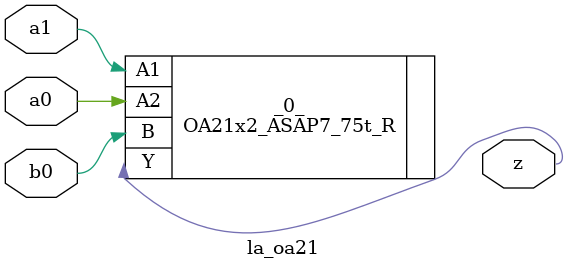
<source format=v>
/* Generated by Yosys 0.37 (git sha1 a5c7f69ed, clang 14.0.0-1ubuntu1.1 -fPIC -Os) */

module la_oa21(a0, a1, b0, z);
  input a0;
  wire a0;
  input a1;
  wire a1;
  input b0;
  wire b0;
  output z;
  wire z;
  OA21x2_ASAP7_75t_R _0_ (
    .A1(a1),
    .A2(a0),
    .B(b0),
    .Y(z)
  );
endmodule

</source>
